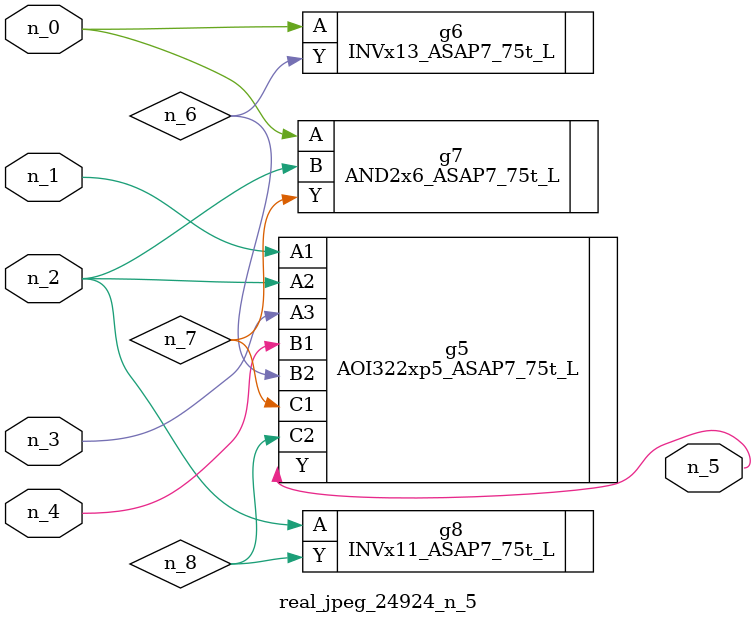
<source format=v>
module real_jpeg_24924_n_5 (n_4, n_0, n_1, n_2, n_3, n_5);

input n_4;
input n_0;
input n_1;
input n_2;
input n_3;

output n_5;

wire n_8;
wire n_6;
wire n_7;

INVx13_ASAP7_75t_L g6 ( 
.A(n_0),
.Y(n_6)
);

AND2x6_ASAP7_75t_L g7 ( 
.A(n_0),
.B(n_2),
.Y(n_7)
);

AOI322xp5_ASAP7_75t_L g5 ( 
.A1(n_1),
.A2(n_2),
.A3(n_3),
.B1(n_4),
.B2(n_6),
.C1(n_7),
.C2(n_8),
.Y(n_5)
);

INVx11_ASAP7_75t_L g8 ( 
.A(n_2),
.Y(n_8)
);


endmodule
</source>
